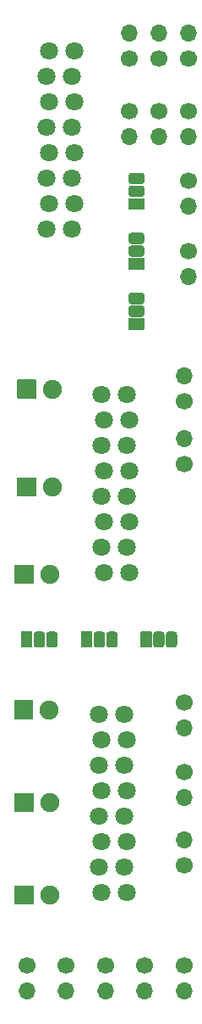
<source format=gbs>
%TF.GenerationSoftware,KiCad,Pcbnew,5.1.9+dfsg1-1~bpo10+1*%
%TF.CreationDate,2021-04-17T11:45:14+01:00*%
%TF.ProjectId,europower,6575726f-706f-4776-9572-2e6b69636164,rev?*%
%TF.SameCoordinates,Original*%
%TF.FileFunction,Soldermask,Bot*%
%TF.FilePolarity,Negative*%
%FSLAX46Y46*%
G04 Gerber Fmt 4.6, Leading zero omitted, Abs format (unit mm)*
G04 Created by KiCad (PCBNEW 5.1.9+dfsg1-1~bpo10+1) date 2021-04-17 11:45:14*
%MOMM*%
%LPD*%
G01*
G04 APERTURE LIST*
%ADD10O,1.700000X1.700000*%
%ADD11C,1.700000*%
%ADD12C,1.900000*%
%ADD13C,1.800000*%
G04 APERTURE END LIST*
%TO.C,Q6*%
G36*
G01*
X149135000Y-142500000D02*
X149135000Y-141000000D01*
G75*
G02*
X149185000Y-140950000I50000J0D01*
G01*
X150235000Y-140950000D01*
G75*
G02*
X150285000Y-141000000I0J-50000D01*
G01*
X150285000Y-142500000D01*
G75*
G02*
X150235000Y-142550000I-50000J0D01*
G01*
X149185000Y-142550000D01*
G75*
G02*
X149135000Y-142500000I0J50000D01*
G01*
G37*
G36*
G01*
X151675000Y-142262500D02*
X151675000Y-141237500D01*
G75*
G02*
X151962500Y-140950000I287500J0D01*
G01*
X152537500Y-140950000D01*
G75*
G02*
X152825000Y-141237500I0J-287500D01*
G01*
X152825000Y-142262500D01*
G75*
G02*
X152537500Y-142550000I-287500J0D01*
G01*
X151962500Y-142550000D01*
G75*
G02*
X151675000Y-142262500I0J287500D01*
G01*
G37*
G36*
G01*
X150405000Y-142262500D02*
X150405000Y-141237500D01*
G75*
G02*
X150692500Y-140950000I287500J0D01*
G01*
X151267500Y-140950000D01*
G75*
G02*
X151555000Y-141237500I0J-287500D01*
G01*
X151555000Y-142262500D01*
G75*
G02*
X151267500Y-142550000I-287500J0D01*
G01*
X150692500Y-142550000D01*
G75*
G02*
X150405000Y-142262500I0J287500D01*
G01*
G37*
%TD*%
%TO.C,Q5*%
G36*
G01*
X143175000Y-142500000D02*
X143175000Y-141000000D01*
G75*
G02*
X143225000Y-140950000I50000J0D01*
G01*
X144275000Y-140950000D01*
G75*
G02*
X144325000Y-141000000I0J-50000D01*
G01*
X144325000Y-142500000D01*
G75*
G02*
X144275000Y-142550000I-50000J0D01*
G01*
X143225000Y-142550000D01*
G75*
G02*
X143175000Y-142500000I0J50000D01*
G01*
G37*
G36*
G01*
X145715000Y-142262500D02*
X145715000Y-141237500D01*
G75*
G02*
X146002500Y-140950000I287500J0D01*
G01*
X146577500Y-140950000D01*
G75*
G02*
X146865000Y-141237500I0J-287500D01*
G01*
X146865000Y-142262500D01*
G75*
G02*
X146577500Y-142550000I-287500J0D01*
G01*
X146002500Y-142550000D01*
G75*
G02*
X145715000Y-142262500I0J287500D01*
G01*
G37*
G36*
G01*
X144445000Y-142262500D02*
X144445000Y-141237500D01*
G75*
G02*
X144732500Y-140950000I287500J0D01*
G01*
X145307500Y-140950000D01*
G75*
G02*
X145595000Y-141237500I0J-287500D01*
G01*
X145595000Y-142262500D01*
G75*
G02*
X145307500Y-142550000I-287500J0D01*
G01*
X144732500Y-142550000D01*
G75*
G02*
X144445000Y-142262500I0J287500D01*
G01*
G37*
%TD*%
%TO.C,Q4*%
G36*
G01*
X137175000Y-142500000D02*
X137175000Y-141000000D01*
G75*
G02*
X137225000Y-140950000I50000J0D01*
G01*
X138275000Y-140950000D01*
G75*
G02*
X138325000Y-141000000I0J-50000D01*
G01*
X138325000Y-142500000D01*
G75*
G02*
X138275000Y-142550000I-50000J0D01*
G01*
X137225000Y-142550000D01*
G75*
G02*
X137175000Y-142500000I0J50000D01*
G01*
G37*
G36*
G01*
X139715000Y-142262500D02*
X139715000Y-141237500D01*
G75*
G02*
X140002500Y-140950000I287500J0D01*
G01*
X140577500Y-140950000D01*
G75*
G02*
X140865000Y-141237500I0J-287500D01*
G01*
X140865000Y-142262500D01*
G75*
G02*
X140577500Y-142550000I-287500J0D01*
G01*
X140002500Y-142550000D01*
G75*
G02*
X139715000Y-142262500I0J287500D01*
G01*
G37*
G36*
G01*
X138445000Y-142262500D02*
X138445000Y-141237500D01*
G75*
G02*
X138732500Y-140950000I287500J0D01*
G01*
X139307500Y-140950000D01*
G75*
G02*
X139595000Y-141237500I0J-287500D01*
G01*
X139595000Y-142262500D01*
G75*
G02*
X139307500Y-142550000I-287500J0D01*
G01*
X138732500Y-142550000D01*
G75*
G02*
X138445000Y-142262500I0J287500D01*
G01*
G37*
%TD*%
%TO.C,Q3*%
G36*
G01*
X149500000Y-110825000D02*
X148000000Y-110825000D01*
G75*
G02*
X147950000Y-110775000I0J50000D01*
G01*
X147950000Y-109725000D01*
G75*
G02*
X148000000Y-109675000I50000J0D01*
G01*
X149500000Y-109675000D01*
G75*
G02*
X149550000Y-109725000I0J-50000D01*
G01*
X149550000Y-110775000D01*
G75*
G02*
X149500000Y-110825000I-50000J0D01*
G01*
G37*
G36*
G01*
X149262500Y-108285000D02*
X148237500Y-108285000D01*
G75*
G02*
X147950000Y-107997500I0J287500D01*
G01*
X147950000Y-107422500D01*
G75*
G02*
X148237500Y-107135000I287500J0D01*
G01*
X149262500Y-107135000D01*
G75*
G02*
X149550000Y-107422500I0J-287500D01*
G01*
X149550000Y-107997500D01*
G75*
G02*
X149262500Y-108285000I-287500J0D01*
G01*
G37*
G36*
G01*
X149262500Y-109555000D02*
X148237500Y-109555000D01*
G75*
G02*
X147950000Y-109267500I0J287500D01*
G01*
X147950000Y-108692500D01*
G75*
G02*
X148237500Y-108405000I287500J0D01*
G01*
X149262500Y-108405000D01*
G75*
G02*
X149550000Y-108692500I0J-287500D01*
G01*
X149550000Y-109267500D01*
G75*
G02*
X149262500Y-109555000I-287500J0D01*
G01*
G37*
%TD*%
%TO.C,Q2*%
G36*
G01*
X149500000Y-104825000D02*
X148000000Y-104825000D01*
G75*
G02*
X147950000Y-104775000I0J50000D01*
G01*
X147950000Y-103725000D01*
G75*
G02*
X148000000Y-103675000I50000J0D01*
G01*
X149500000Y-103675000D01*
G75*
G02*
X149550000Y-103725000I0J-50000D01*
G01*
X149550000Y-104775000D01*
G75*
G02*
X149500000Y-104825000I-50000J0D01*
G01*
G37*
G36*
G01*
X149262500Y-102285000D02*
X148237500Y-102285000D01*
G75*
G02*
X147950000Y-101997500I0J287500D01*
G01*
X147950000Y-101422500D01*
G75*
G02*
X148237500Y-101135000I287500J0D01*
G01*
X149262500Y-101135000D01*
G75*
G02*
X149550000Y-101422500I0J-287500D01*
G01*
X149550000Y-101997500D01*
G75*
G02*
X149262500Y-102285000I-287500J0D01*
G01*
G37*
G36*
G01*
X149262500Y-103555000D02*
X148237500Y-103555000D01*
G75*
G02*
X147950000Y-103267500I0J287500D01*
G01*
X147950000Y-102692500D01*
G75*
G02*
X148237500Y-102405000I287500J0D01*
G01*
X149262500Y-102405000D01*
G75*
G02*
X149550000Y-102692500I0J-287500D01*
G01*
X149550000Y-103267500D01*
G75*
G02*
X149262500Y-103555000I-287500J0D01*
G01*
G37*
%TD*%
%TO.C,Q1*%
G36*
G01*
X149500000Y-98845000D02*
X148000000Y-98845000D01*
G75*
G02*
X147950000Y-98795000I0J50000D01*
G01*
X147950000Y-97745000D01*
G75*
G02*
X148000000Y-97695000I50000J0D01*
G01*
X149500000Y-97695000D01*
G75*
G02*
X149550000Y-97745000I0J-50000D01*
G01*
X149550000Y-98795000D01*
G75*
G02*
X149500000Y-98845000I-50000J0D01*
G01*
G37*
G36*
G01*
X149262500Y-96305000D02*
X148237500Y-96305000D01*
G75*
G02*
X147950000Y-96017500I0J287500D01*
G01*
X147950000Y-95442500D01*
G75*
G02*
X148237500Y-95155000I287500J0D01*
G01*
X149262500Y-95155000D01*
G75*
G02*
X149550000Y-95442500I0J-287500D01*
G01*
X149550000Y-96017500D01*
G75*
G02*
X149262500Y-96305000I-287500J0D01*
G01*
G37*
G36*
G01*
X149262500Y-97575000D02*
X148237500Y-97575000D01*
G75*
G02*
X147950000Y-97287500I0J287500D01*
G01*
X147950000Y-96712500D01*
G75*
G02*
X148237500Y-96425000I287500J0D01*
G01*
X149262500Y-96425000D01*
G75*
G02*
X149550000Y-96712500I0J-287500D01*
G01*
X149550000Y-97287500D01*
G75*
G02*
X149262500Y-97575000I-287500J0D01*
G01*
G37*
%TD*%
D10*
%TO.C,R18*%
X141688000Y-176790000D03*
D11*
X141688000Y-174250000D03*
%TD*%
D10*
%TO.C,R17*%
X149562000Y-176830000D03*
D11*
X149562000Y-174290000D03*
%TD*%
D10*
%TO.C,R16*%
X153500000Y-176790000D03*
D11*
X153500000Y-174250000D03*
%TD*%
D10*
%TO.C,R15*%
X137750000Y-176790000D03*
D11*
X137750000Y-174250000D03*
%TD*%
D10*
%TO.C,R14*%
X153500000Y-161710000D03*
D11*
X153500000Y-164250000D03*
%TD*%
D10*
%TO.C,R13*%
X153500000Y-115460000D03*
D11*
X153500000Y-118000000D03*
%TD*%
D10*
%TO.C,R12*%
X153500000Y-150540000D03*
D11*
X153500000Y-148000000D03*
%TD*%
D10*
%TO.C,R11*%
X153500000Y-157540000D03*
D11*
X153500000Y-155000000D03*
%TD*%
D10*
%TO.C,R10*%
X145625000Y-176790000D03*
D11*
X145625000Y-174250000D03*
%TD*%
D10*
%TO.C,R9*%
X153500000Y-121710000D03*
D11*
X153500000Y-124250000D03*
%TD*%
D10*
%TO.C,R8*%
X154000000Y-91540000D03*
D11*
X154000000Y-89000000D03*
%TD*%
D10*
%TO.C,R7*%
X151000000Y-81210000D03*
D11*
X151000000Y-83750000D03*
%TD*%
D10*
%TO.C,R6*%
X151000000Y-91540000D03*
D11*
X151000000Y-89000000D03*
%TD*%
D10*
%TO.C,R5*%
X154000000Y-81210000D03*
D11*
X154000000Y-83750000D03*
%TD*%
D10*
%TO.C,R4*%
X148000000Y-81210000D03*
D11*
X148000000Y-83750000D03*
%TD*%
D10*
%TO.C,R3*%
X154000000Y-105540000D03*
D11*
X154000000Y-103000000D03*
%TD*%
D10*
%TO.C,R2*%
X154000000Y-98500000D03*
D11*
X154000000Y-95960000D03*
%TD*%
D10*
%TO.C,R1*%
X148000000Y-91540000D03*
D11*
X148000000Y-89000000D03*
%TD*%
D12*
%TO.C,D6*%
X140000000Y-148750000D03*
G36*
G01*
X136510000Y-149650000D02*
X136510000Y-147850000D01*
G75*
G02*
X136560000Y-147800000I50000J0D01*
G01*
X138360000Y-147800000D01*
G75*
G02*
X138410000Y-147850000I0J-50000D01*
G01*
X138410000Y-149650000D01*
G75*
G02*
X138360000Y-149700000I-50000J0D01*
G01*
X136560000Y-149700000D01*
G75*
G02*
X136510000Y-149650000I0J50000D01*
G01*
G37*
%TD*%
%TO.C,D5*%
X140040000Y-167250000D03*
G36*
G01*
X136550000Y-168150000D02*
X136550000Y-166350000D01*
G75*
G02*
X136600000Y-166300000I50000J0D01*
G01*
X138400000Y-166300000D01*
G75*
G02*
X138450000Y-166350000I0J-50000D01*
G01*
X138450000Y-168150000D01*
G75*
G02*
X138400000Y-168200000I-50000J0D01*
G01*
X136600000Y-168200000D01*
G75*
G02*
X136550000Y-168150000I0J50000D01*
G01*
G37*
%TD*%
%TO.C,D4*%
X140040000Y-158000000D03*
G36*
G01*
X136550000Y-158900000D02*
X136550000Y-157100000D01*
G75*
G02*
X136600000Y-157050000I50000J0D01*
G01*
X138400000Y-157050000D01*
G75*
G02*
X138450000Y-157100000I0J-50000D01*
G01*
X138450000Y-158900000D01*
G75*
G02*
X138400000Y-158950000I-50000J0D01*
G01*
X136600000Y-158950000D01*
G75*
G02*
X136550000Y-158900000I0J50000D01*
G01*
G37*
%TD*%
%TO.C,D3*%
X140290000Y-116750000D03*
G36*
G01*
X136800000Y-117650000D02*
X136800000Y-115850000D01*
G75*
G02*
X136850000Y-115800000I50000J0D01*
G01*
X138650000Y-115800000D01*
G75*
G02*
X138700000Y-115850000I0J-50000D01*
G01*
X138700000Y-117650000D01*
G75*
G02*
X138650000Y-117700000I-50000J0D01*
G01*
X136850000Y-117700000D01*
G75*
G02*
X136800000Y-117650000I0J50000D01*
G01*
G37*
%TD*%
%TO.C,D2*%
X140040000Y-135250000D03*
G36*
G01*
X136550000Y-136150000D02*
X136550000Y-134350000D01*
G75*
G02*
X136600000Y-134300000I50000J0D01*
G01*
X138400000Y-134300000D01*
G75*
G02*
X138450000Y-134350000I0J-50000D01*
G01*
X138450000Y-136150000D01*
G75*
G02*
X138400000Y-136200000I-50000J0D01*
G01*
X136600000Y-136200000D01*
G75*
G02*
X136550000Y-136150000I0J50000D01*
G01*
G37*
%TD*%
%TO.C,D1*%
X140290000Y-126500000D03*
G36*
G01*
X136800000Y-127400000D02*
X136800000Y-125600000D01*
G75*
G02*
X136850000Y-125550000I50000J0D01*
G01*
X138650000Y-125550000D01*
G75*
G02*
X138700000Y-125600000I0J-50000D01*
G01*
X138700000Y-127400000D01*
G75*
G02*
X138650000Y-127450000I-50000J0D01*
G01*
X136850000Y-127450000D01*
G75*
G02*
X136800000Y-127400000I0J50000D01*
G01*
G37*
%TD*%
D13*
%TO.C,U3*%
X145464000Y-135030000D03*
X145210000Y-132490000D03*
X145464000Y-129950000D03*
X145210000Y-127410000D03*
X145464000Y-124870000D03*
X145210000Y-122330000D03*
X148004000Y-135030000D03*
X147750000Y-132490000D03*
X148004000Y-129950000D03*
X147750000Y-127410000D03*
X148004000Y-124870000D03*
X147750000Y-122330000D03*
X145464000Y-119790000D03*
X148004000Y-119790000D03*
X145210000Y-117250000D03*
X147750000Y-117250000D03*
%TD*%
%TO.C,U2*%
X145214000Y-166950000D03*
X144960000Y-164410000D03*
X145214000Y-161870000D03*
X144960000Y-159330000D03*
X145214000Y-156790000D03*
X144960000Y-154250000D03*
X147754000Y-166950000D03*
X147500000Y-164410000D03*
X147754000Y-161870000D03*
X147500000Y-159330000D03*
X147754000Y-156790000D03*
X147500000Y-154250000D03*
X145214000Y-151710000D03*
X147754000Y-151710000D03*
X144960000Y-149170000D03*
X147500000Y-149170000D03*
%TD*%
%TO.C,U1*%
X142286000Y-100780000D03*
X142540000Y-98240000D03*
X142286000Y-95700000D03*
X142540000Y-93160000D03*
X142286000Y-90620000D03*
X142540000Y-88080000D03*
X139746000Y-100780000D03*
X140000000Y-98240000D03*
X139746000Y-95700000D03*
X140000000Y-93160000D03*
X139746000Y-90620000D03*
X140000000Y-88080000D03*
X142286000Y-85540000D03*
X139746000Y-85540000D03*
X142540000Y-83000000D03*
X140000000Y-83000000D03*
%TD*%
M02*

</source>
